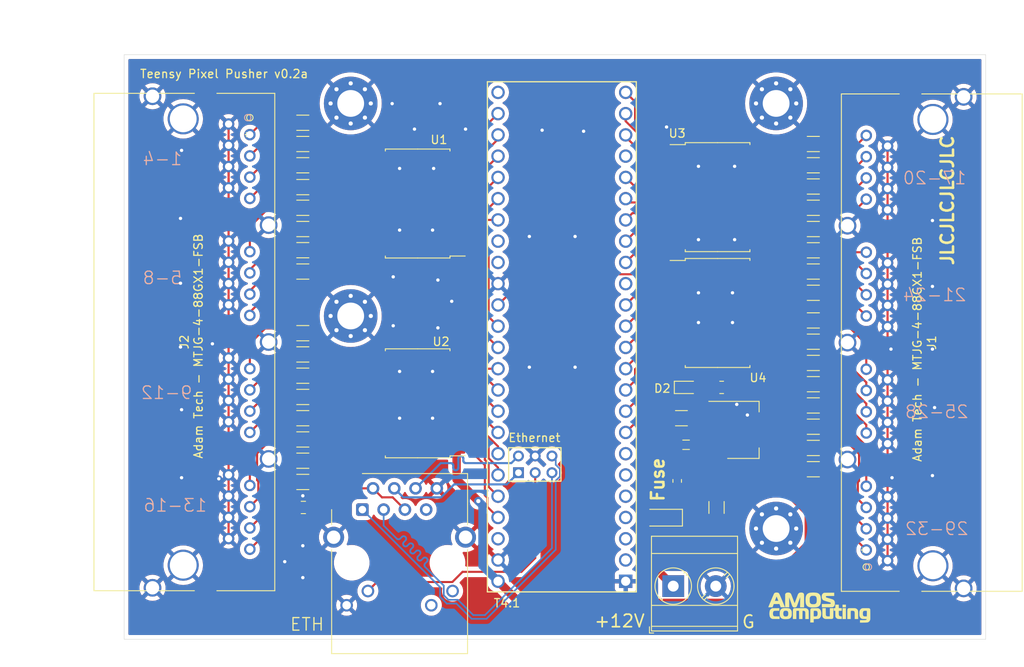
<source format=kicad_pcb>
(kicad_pcb (version 20211014) (generator pcbnew)
  (layers (0 "F.Cu" signal) (31 "B.Cu" signal) (34 "B.Paste" user) (35 "F.Paste" user) (36 "B.SilkS" user "B.Silkscreen") (37 "F.SilkS" user "F.Silkscreen") (38 "B.Mask" user) (39 "F.Mask" user) (44 "Edge.Cuts" user))
  (net 0 "")
  (net 1 "ETH_GND")
  (net 2 "Net-(C1-Pad1)")
  (net 3 "+5V")
  (net 4 "VCC")
  (net 5 "Net-(D1-Pad1)")
  (net 6 "Net-(D2-Pad1)")
  (net 7 "Net-(F1-Pad2)")
  (net 8 "L_18")
  (net 9 "L_16")
  (net 10 "L_17")
  (net 11 "L_15")
  (net 12 "L_11")
  (net 13 "L_12")
  (net 14 "L_14")
  (net 15 "L_13")
  (net 16 "L_05")
  (net 17 "L_07")
  (net 18 "L_06")
  (net 19 "L_08")
  (net 20 "L_04")
  (net 21 "L_03")
  (net 22 "L_02")
  (net 23 "L_01")
  (net 24 "L_28")
  (net 25 "L_26")
  (net 26 "L_27")
  (net 27 "L_25")
  (net 28 "L_21")
  (net 29 "L_22")
  (net 30 "L_24")
  (net 31 "L_23")
  (net 32 "L_31")
  (net 33 "L_33")
  (net 34 "L_32")
  (net 35 "L_34")
  (net 36 "L_38")
  (net 37 "L_37")
  (net 38 "L_36")
  (net 39 "L_35")
  (net 40 "Net-(J4-Pad11)")
  (net 41 "Net-(J4-Pad12)")
  (net 42 "ETH_LED")
  (net 43 "Net-(J4-Pad7)")
  (net 44 "ETH_R-")
  (net 45 "ETH_R+")
  (net 46 "ETH_T-")
  (net 47 "ETH_T+")
  (net 48 "Net-(R2-Pad2)")
  (net 49 "Net-(R3-Pad2)")
  (net 50 "Net-(R4-Pad2)")
  (net 51 "Net-(R5-Pad2)")
  (net 52 "Net-(R6-Pad2)")
  (net 53 "Net-(R7-Pad2)")
  (net 54 "Net-(R8-Pad2)")
  (net 55 "Net-(R9-Pad2)")
  (net 56 "Net-(R10-Pad2)")
  (net 57 "Net-(R11-Pad2)")
  (net 58 "Net-(R12-Pad2)")
  (net 59 "Net-(R13-Pad2)")
  (net 60 "Net-(R14-Pad2)")
  (net 61 "Net-(R15-Pad2)")
  (net 62 "Net-(R16-Pad2)")
  (net 63 "Net-(R17-Pad2)")
  (net 64 "Net-(R18-Pad2)")
  (net 65 "Net-(R19-Pad2)")
  (net 66 "Net-(R20-Pad2)")
  (net 67 "Net-(R21-Pad2)")
  (net 68 "Net-(R22-Pad2)")
  (net 69 "Net-(R23-Pad2)")
  (net 70 "Net-(R24-Pad2)")
  (net 71 "Net-(R25-Pad2)")
  (net 72 "Net-(R26-Pad2)")
  (net 73 "Net-(R27-Pad2)")
  (net 74 "Net-(R28-Pad2)")
  (net 75 "Net-(R29-Pad2)")
  (net 76 "Net-(R30-Pad2)")
  (net 77 "Net-(R31-Pad2)")
  (net 78 "Net-(R32-Pad2)")
  (net 79 "Net-(R33-Pad2)")
  (net 80 "P_10")
  (net 81 "P_11")
  (net 82 "P_12")
  (net 83 "P_13")
  (net 84 "P_09")
  (net 85 "Net-(U1-Pad15)")
  (net 86 "P_07")
  (net 87 "Net-(U1-Pad21)")
  (net 88 "P_14")
  (net 89 "P_15")
  (net 90 "P_16")
  (net 91 "Net-(U1-Pad25)")
  (net 92 "P_17")
  (net 93 "P_18")
  (net 94 "P_19")
  (net 95 "P_20")
  (net 96 "P_21")
  (net 97 "P_22")
  (net 98 "Net-(U1-Pad32)")
  (net 99 "Net-(U1-Pad33)")
  (net 100 "P_06")
  (net 101 "P_05")
  (net 102 "P_04")
  (net 103 "P_03")
  (net 104 "P_02")
  (net 105 "P_01")
  (net 106 "Net-(U1-Pad7)")
  (net 107 "Net-(U1-Pad6)")
  (net 108 "Net-(U1-Pad5)")
  (net 109 "Net-(U1-Pad4)")
  (net 110 "Net-(U1-Pad3)")
  (net 111 "Net-(U1-Pad2)")
  (net 112 "P_08")
  (net 113 "P_23")
  (net 114 "P_24")
  (net 115 "P_25")
  (net 116 "P_26")
  (net 117 "P_27")
  (net 118 "P_28")
  (net 119 "P_29")
  (net 120 "P_30")
  (net 121 "P_31")
  (net 122 "P_32")
  (net 123 "Net-(U1-Pad46)")
  (net 124 "Net-(C3-Pad2)")
  (footprint "Capacitor_SMD:C_1206_3216Metric" (layer "F.Cu") (at 167.259 104.902 -90)
    (fp_text reference "C1")
    (fp_text value "10u")
  )
  (footprint "Capacitor_SMD:C_1206_3216Metric" (layer "F.Cu") (at 163.068 94.234 180)
    (fp_text reference "C2")
    (fp_text value "10u")
  )
  (footprint "Capacitor_SMD:C_0805_2012Metric" (layer "F.Cu") (at 117.922 104.902)
    (fp_text reference "C3")
    (fp_text value "0.1uF")
  )
  (footprint "Fuse:Fuse_0603_1608Metric_Pad1.05x0.95mm_HandSolder" (layer "F.Cu") (at 162.56 101.727 90)
    (fp_text reference "F1")
    (fp_text value "500mA")
  )
  (footprint "Inductor_SMD:L_0805_2012Metric" (layer "F.Cu") (at 163.6225 97.409 180)
    (fp_text reference "FB1")
    (fp_text value "100@100MHz GZ2012D101TF")
  )
  (footprint "MountingHole:MountingHole_3.2mm_M3_Pad_Via" (layer "F.Cu") (at 174.37354 56.61914)
    (fp_text reference "H2")
    (fp_text value "3mm")
  )
  (footprint "MountingHole:MountingHole_3.2mm_M3_Pad_Via" (layer "F.Cu") (at 123.57354 82.01914)
    (fp_text reference "H3")
    (fp_text value "3mm")
  )
  (footprint "TerminalBlock_Phoenix:TerminalBlock_Phoenix_MKDS-3-2-5.08_1x02_P5.08mm_Horizontal" (layer "F.Cu") (at 162.08756 114.3)
    (fp_text reference "J3")
    (fp_text value "Screw_Terminal_01x02")
  )
  (footprint "Connector_RJ:RJ45_Cetus_J1B1211CCD_Horizontal" (layer "F.Cu") (at 124.968 105.156)
    (fp_text reference "J4")
    (fp_text value "RJ45_LED")
  )
  (footprint "Resistor_SMD:R_1206_3216Metric" (layer "F.Cu") (at 117.856 58.928)
    (fp_text reference "R17")
    (fp_text value "100ohm")
  )
  (footprint "Resistor_SMD:R_1206_3216Metric" (layer "F.Cu") (at 178.816 64.008 180)
    (fp_text reference "R19")
    (fp_text value "100ohm")
  )
  (footprint "Resistor_SMD:R_1206_3216Metric" (layer "F.Cu") (at 178.816 66.548 180)
    (fp_text reference "R20")
    (fp_text value "100ohm")
  )
  (footprint "Resistor_SMD:R_1206_3216Metric" (layer "F.Cu") (at 178.816 69.088 180)
    (fp_text reference "R21")
    (fp_text value "100ohm")
  )
  (footprint "Resistor_SMD:R_1206_3216Metric" (layer "F.Cu") (at 178.816 71.628 180)
    (fp_text reference "R22")
    (fp_text value "100ohm")
  )
  (footprint "Resistor_SMD:R_1206_3216Metric" (layer "F.Cu") (at 178.816 74.168 180)
    (fp_text reference "R23")
    (fp_text value "100ohm")
  )
  (footprint "Resistor_SMD:R_1206_3216Metric" (layer "F.Cu") (at 178.816 76.708 180)
    (fp_text reference "R24")
    (fp_text value "100ohm")
  )
  (footprint "Resistor_SMD:R_1206_3216Metric" (layer "F.Cu") (at 178.816 79.248 180)
    (fp_text reference "R25")
    (fp_text value "100ohm")
  )
  (footprint "Resistor_SMD:R_1206_3216Metric" (layer "F.Cu") (at 117.856 91.694)
    (fp_text reference "R30")
    (fp_text value "100ohm")
  )
  (footprint "Resistor_SMD:R_1206_3216Metric" (layer "F.Cu") (at 117.856 89.154)
    (fp_text reference "R31")
    (fp_text value "100ohm")
  )
  (footprint "Package_SO:SOIC-20W_7.5x12.8mm_P1.27mm" (layer "F.Cu") (at 131.572 68.58 180)
    (fp_text reference "U4")
    (fp_text value "74HCT245")
  )
  (footprint "Package_SO:SOIC-20W_7.5x12.8mm_P1.27mm" (layer "F.Cu") (at 167.386 67.818)
    (fp_text reference "U5")
    (fp_text value "74HCT245")
  )
  (footprint "Package_SO:SOIC-20W_7.5x12.8mm_P1.27mm" (layer "F.Cu") (at 131.572 92.456 180)
    (fp_text reference "U6")
    (fp_text value "74HCT245")
  )
  (footprint "Package_TO_SOT_SMD:SOT-223-3_TabPin2" (layer "F.Cu") (at 170.434 95.631)
    (fp_text reference "U2")
    (fp_text value "AMS1117-5.0")
  )
  (footprint "MountingHole:MountingHole_3.2mm_M3_Pad_Via" (layer "F.Cu") (at 123.57354 56.61914)
    (fp_text reference "H1")
    (fp_text value "3mm")
  )
  (footprint "teensy:Teensy41_mount" (layer "F.Cu") (at 148.78812 84.50834 90)
    (fp_text reference "U1")
    (fp_text value "Teensy4.1")
  )
  (footprint "Diode_SMD:D_SOD-123" (layer "F.Cu") (at 160.9344 106.1212 180)
    (fp_text reference "D1")
    (fp_text value "B5819W")
  )
  (footprint "LED_SMD:LED_0603_1608Metric" (layer "F.Cu") (at 163.703 90.551)
    (fp_text reference "D2")
    (fp_text value "red")
  )
  (footprint "Resistor_SMD:R_0805_2012Metric" (layer "F.Cu") (at 167.8705 90.551)
    (fp_text reference "R1")
    (fp_text value "2k2")
  )
  (footprint "Package_SO:SOIC-20W_7.5x12.8mm_P1.27mm" (layer "F.Cu") (at 167.386 81.661)
    (fp_text reference "U3")
    (fp_text value "74HCT245")
  )
  (footprint "MountingHole:MountingHole_3.2mm_M3_Pad_Via" (layer "F.Cu") (at 174.37354 107.41914)
    (fp_text reference "H4")
    (fp_text value "3mm")
  )
  (footprint "Resistor_SMD:R_1206_3216Metric" (layer "F.Cu") (at 117.856 61.468)
    (fp_text reference "R16")
    (fp_text value "100ohm")
  )
  (footprint "Resistor_SMD:R_1206_3216Metric" (layer "F.Cu") (at 117.856 86.614)
    (fp_text reference "R32")
    (fp_text value "100ohm")
  )
  (footprint "Resistor_SMD:R_1206_3216Metric" (layer "F.Cu") (at 117.856 64.008)
    (fp_text reference "R15")
    (fp_text value "100ohm")
  )
  (footprint "Resistor_SMD:R_1206_3216Metric" (layer "F.Cu") (at 117.856 66.61912)
    (fp_text reference "R14")
    (fp_text value "100ohm")
  )
  (footprint "Resistor_SMD:R_1206_3216Metric" (layer "F.Cu") (at 117.856 69.088)
    (fp_text reference "R13")
    (fp_text value "100ohm")
  )
  (footprint "Resistor_SMD:R_1206_3216Metric" (layer "F.Cu") (at 117.856 71.628)
    (fp_text reference "R12")
    (fp_text value "100ohm")
  )
  (footprint "Resistor_SMD:R_1206_3216Metric" (layer "F.Cu") (at 117.856 74.1553)
    (fp_text reference "R11")
    (fp_text value "100ohm")
  )
  (footprint "Resistor_SMD:R_1206_3216Metric" (layer "F.Cu") (at 117.856 76.708)
    (fp_text reference "R10")
    (fp_text value "100ohm")
  )
  (footprint "Resistor_SMD:R_1206_3216Metric" (layer "F.Cu") (at 117.856 84.074)
    (fp_text reference "R33")
    (fp_text value "100ohm")
  )
  (footprint "Resistor_SMD:R_1206_3216Metric" (layer "F.Cu") (at 117.856 101.854)
    (fp_text reference "R26")
    (fp_text value "100ohm")
  )
  (footprint "Resistor_SMD:R_1206_3216Metric" (layer "F.Cu") (at 117.856 99.314)
    (fp_text reference "R27")
    (fp_text value "100ohm")
  )
  (footprint "Resistor_SMD:R_1206_3216Metric" (layer "F.Cu") (at 117.856 96.774)
    (fp_text reference "R28")
    (fp_text value "100ohm")
  )
  (footprint "Resistor_SMD:R_1206_3216Metric" (layer "F.Cu") (at 117.856 94.234)
    (fp_text reference "R29")
    (fp_text value "100ohm")
  )
  (footprint "Resistor_SMD:R_1206_3216Metric" (layer "F.Cu") (at 178.816 100.33 180)
    (fp_text reference "R9")
    (fp_text value "100ohm")
  )
  (footprint "Resistor_SMD:R_1206_3216Metric" (layer "F.Cu") (at 178.816 97.79 180)
    (fp_text reference "R8")
    (fp_text value "100ohm")
  )
  (footprint "Resistor_SMD:R_1206_3216Metric" (layer "F.Cu") (at 178.816 95.25 180)
    (fp_text reference "R7")
    (fp_text value "100ohm")
  )
  (footprint "Resistor_SMD:R_1206_3216Metric" (layer "F.Cu") (at 178.816 92.71 180)
    (fp_text reference "R6")
    (fp_text value "100ohm")
  )
  (footprint "Resistor_SMD:R_1206_3216Metric" (layer "F.Cu") (at 178.816 90.17 180)
    (fp_text reference "R5")
    (fp_text value "100ohm")
  )
  (footprint "Resistor_SMD:R_1206_3216Metric" (layer "F.Cu") (at 178.816 87.63 180)
    (fp_text reference "R4")
    (fp_text value "100ohm")
  )
  (footprint "Resistor_SMD:R_1206_3216Metric" (layer "F.Cu") (at 178.816 85.09 180)
    (fp_text reference "R3")
    (fp_text value "100ohm")
  )
  (footprint "Resistor_SMD:R_1206_3216Metric" (layer "F.Cu") (at 178.816 82.55 180)
    (fp_text reference "R2")
    (fp_text value "100ohm")
  )
  (footprint "Resistor_SMD:R_1206_3216Metric" (layer "F.Cu") (at 178.816 61.468 180)
    (fp_text reference "R18")
    (fp_text value "100ohm")
  )
  (footprint "Controller_T41_rev0.2:logo" (layer "F.Cu") (at 179.578 116.84)
    (fp_text reference "G***" hide)
    (fp_text value "LOGO" hide)
  )
  (footprint "Controller_T41_rev0.2:MTJG-4-88GX1-FSB" (layer "F.Cu") (at 185.1406 109.982 90)
    (fp_text reference "J1")
    (fp_text value "Adam Tech - MTJG-4-88GX1-FSB")
  )
  (footprint "Controller_T41_rev0.2:MTJG-4-88GX1-FSB" (layer "F.Cu") (at 111.5314 60.3504 -90)
    (fp_text reference "J2")
    (fp_text value "Adam Tech - MTJG-4-88GX1-FSB")
  )
  (gr_line (start 96.52 120.65) (end 96.52 50.8) (layer "Edge.Cuts") (width 0.05))
  (gr_line (start 199.39 120.65) (end 96.52 120.65) (layer "Edge.Cuts") (width 0.05))
  (gr_line (start 199.39 50.8) (end 199.39 120.65) (layer "Edge.Cuts") (width 0.05))
  (gr_line (start 96.52 50.8) (end 199.39 50.8) (layer "Edge.Cuts") (width 0.05))
  (gr_text "21-24" (at 193.294 79.502) (layer "B.SilkS") (effects (font (size 1.5 1.5)) (justify mirror)))
  (gr_text "25-28" (at 193.548 93.472) (layer "B.SilkS") (effects (font (size 1.5 1.5)) (justify mirror)))
  (gr_text "5-8" (at 101.092 77.47) (layer "B.SilkS") (effects (font (size 1.5 1.5)) (justify mirror)))
  (gr_text "13-16" (at 102.616 104.648) (layer "B.SilkS") (effects (font (size 1.5 1.5)) (justify mirror)))
  (gr_text "9-12" (at 101.6 91.186) (layer "B.SilkS") (effects (font (size 1.5 1.5)) (justify mirror)))
  (gr_text "1-4" (at 101.092 63.246) (layer "B.SilkS") (effects (font (size 1.5 1.5)) (justify mirror)))
  (gr_text "17-20" (at 193.294 65.532) (layer "B.SilkS") (effects (font (size 1.5 1.5)) (justify mirror)))
  (gr_text "29-32" (at 193.548 107.442) (layer "B.SilkS") (effects (font (size 1.5 1.5)) (justify mirror)))
  (gr_text "Teensy Pixel Pusher v0.2a" (at 108.458 53.086) (layer "F.SilkS") (effects (font (size 1 1))))
  (gr_text "Fuse" (at 160.2486 101.5746 90) (layer "F.SilkS") (effects (font (size 1.5 1.5) (thickness 0.3))))
  (gr_text "U3" (at 162.56 60.198) (layer "F.SilkS") (effects (font (size 1 1))))
  (gr_text "JLCJLCJLCJLC" (at 194.818 68.199 90) (layer "F.SilkS") (effects (font (size 1.5 1.5) (thickness 0.3))))
  (gr_text "G" (at 171.069 118.5672) (layer "F.SilkS") (effects (font (size 1.5 1.5) (thickness 0.2))))
  (gr_text "T4.1" (at 142.24 116.332) (layer "F.SilkS") (effects (font (size 1 1))))
  (gr_text "U2" (at 134.366 85.09) (layer "F.SilkS") (effects (font (size 1 1))))
  (gr_text "U1" (at 134.112 60.96) (layer "F.SilkS") (effects (font (size 1 1))))
  (gr_text "ETH" (at 118.364 118.872) (layer "F.SilkS") (effects (font (size 1.5 1.5))))
  (gr_text "+12V" (at 155.6766 118.4656) (layer "F.SilkS") (effects (font (size 1.5 1.5) (thickness 0.2))))
  (gr_text "U4" (at 172.212 89.408) (layer "F.SilkS") (effects (font (size 1 1))))
  (segment (start 108.9914 94.6604) (end 108.9914 87.0404) (width 0.25) (layer "F.Cu") (net 1))
  (segment (start 108.9914 94.6604) (end 108.9914 101.0004) (width 0.25) (layer "F.Cu") (net 1))
  (segment (start 108.9914 66.7004) (end 108.9914 64.1604) (width 0.25) (layer "F.Cu") (net 1))
  (segment (start 187.6806 61.712) (end 187.6806 69.332) (width 0.25) (layer "F.Cu") (net 1))
  (segment (start 108.9914 106.0804) (end 108.9914 103.5404) (width 0.25) (layer "F.Cu") (net 1))
  (segment (start 108.9914 80.6804) (end 108.9914 59.0804) (width 0.25) (layer "F.Cu") (net 1))
  (segment (start 108.9914 108.6204) (end 108.9914 106.0804) (width 0.25) (layer "F.Cu") (net 1))
  (segment (start 108.9914 103.5404) (end 108.9914 101.0004) (width 0.25) (layer "F.Cu") (net 1))
  (segment (start 103.5744 62.0336) (end 103.378 62.23) (width 0.25) (layer "F.Cu") (net 1))
  (segment (start 108.9914 87.0404) (end 108.9914 80.6804) (width 0.25) (layer "F.Cu") (net 1))
  (segment (start 187.6806 69.332) (end 187.6806 111.252) (width 0.25) (layer "F.Cu") (net 1))
  (via (at 128.651 77.343) (size 0.8) (drill 0.4) (layers "F.Cu" "B.Cu") (net 1))
  (via (at 131.191 59.69) (size 0.8) (drill 0.4) (layers "F.Cu" "B.Cu") (net 1))
  (via (at 103.251 85.725) (size 0.8) (drill 0.4) (layers "F.Cu" "B.Cu") (net 1))
  (via (at 165.1 64.135) (size 0.8) (drill 0.4) (layers "F.Cu" "B.Cu") (net 1))
  (via (at 193.04 85.979) (size 0.8) (drill 0.4) (layers "F.Cu" "B.Cu") (net 1))
  (via (at 165.1 79.248) (size 0.8) (drill 0.4) (layers "F.Cu" "B.Cu") (net 1))
  (via (at 103.251 78.105) (size 0.8) (drill 0.4) (layers "F.Cu" "B.Cu") (net 1))
  (via (at 129.413 88.646) (size 0.8) (drill 0.4) (layers "F.Cu" "B.Cu") (net 1))
  (via (at 165.1 82.804) (size 0.8) (drill 0.4) (layers "F.Cu" "B.Cu") (net 1))
  (via (at 129.413 71.755) (size 0.8) (drill 0.4) (layers "F.Cu" "B.Cu") (net 1))
  (via (at 193.294 92.964) (size 0.8) (drill 0.4) (layers "F.Cu" "B.Cu") (net 1))
  (via (at 169.164 79.248) (size 0.8) (drill 0.4) (layers "F.Cu" "B.Cu") (net 1))
  (via (at 129.413 64.389) (size 0.8) (drill 0.4) (layers "F.Cu" "B.Cu") (net 1))
  (via (at 107.823 101.473) (size 0.8) (drill 0.4) (layers "F.Cu" "B.Cu") (net 1))
  (via (at 128.651 83.185) (size 0.8) (drill 0.4) (layers "F.Cu" "B.Cu") (net 1))
  (via (at 169.672 92.583) (size 0.8) (drill 0.4) (layers "F.Cu" "B.Cu") (net 1))
  (via (at 117.856 103.505) (size 0.8) (drill 0.4) (layers "F.Cu" "B.Cu") (net 1))
  (via (at 128.524 56.642) (size 0.8) (drill 0.4) (layers "F.Cu" "B.Cu") (net 1))
  (via (at 134.239 56.642) (size 0.8) (drill 0.4) (layers "F.Cu" "B.Cu") (net 1))
  (via (at 144.907 72.517) (size 0.8) (drill 0.4) (layers "F.Cu" "B.Cu") (net 1))
  (via (at 188.087 85.979) (size 0.8) (drill 0.4) (layers "F.Cu" "B.Cu") (net 1))
  (via (at 103.378 93.218) (size 0.8) (drill 0.4) (layers "F.Cu" "B.Cu") (net 1))
  (via (at 135.636 80.264) (size 0.8) (drill 0.4) (layers "F.Cu" "B.Cu") (net 1))
  (via (at 103.378 101.346) (size 0.8) (drill 0.4) (layers "F.Cu" "B.Cu") (net 1))
  (via (at 133.477 64.389) (size 0.8) (drill 0.4) (layers "F.Cu" "B.Cu") (net 1))
  (via (at 150.368 88.138) (size 0.8) (drill 0.4) (layers "F.Cu" "B.Cu") (net 1))
  (via (at 193.04 101.092) (size 0.8) (drill 0.4) (layers "F.Cu" "B.Cu") (net 1))
  (via (at 170.942 93.853) (size 0.8) (drill 0.4) (layers "F.Cu" "B.Cu") (net 1))
  (via (at 117.856 109.474) (size 0.8) (drill 0.4) (layers "F.Cu" "B.Cu") (net 1))
  (via (at 169.164 82.804) (size 0.8) (drill 0.4) (layers "F.Cu" "B.Cu") (net 1))
  (via (at 115.697 111.379) (size 0.8) (drill 0.4) (layers "F.Cu" "B.Cu") (net 1))
  (via (at 193.04 70.612) (size 0.8) (drill 0.4) (layers "F.Cu" "B.Cu") (net 1))
  (via (at 144.907 88.138) (size 0.8) (drill 0.4) (layers "F.Cu" "B.Cu") (net 1))
  (via (at 169.418 72.898) (size 0.8) (drill 0.4) (layers "F.Cu" "B.Cu") (net 1))
  (via (at 133.35 88.646) (size 0.8) (drill 0.4) (layers "F.Cu" "B.Cu") (net 1))
  (via (at 133.35 71.755) (size 0.8) (drill 0.4) (layers "F.Cu" "B.Cu") (net 1))
  (via (at 137.287 59.69) (size 0.8) (drill 0.4) (layers "F.Cu" "B.Cu") (net 1))
  (via (at 103.251 70.358) (size 0.8) (drill 0.4) (layers "F.Cu" "B.Cu") (net 1))
  (via (at 129.413 94.234) (size 0.8) (drill 0.4) (layers "F.Cu" "B.Cu") (net 1))
  (via (at 107.061 85.344) (size 0.8) (drill 0.4) (layers "F.Cu" "B.Cu") (net 1))
  (via (at 169.418 64.135) (size 0.8) (drill 0.4) (layers "F.Cu" "B.Cu") (net 1))
  (via (at 133.985 77.724) (size 0.8) (drill 0.4) (layers "F.Cu" "B.Cu") (net 1))
  (via (at 161.29 59.436) (size 0.8) (drill 0.4) (layers "F.Cu" "B.Cu") (net 1))
  (via (at 165.1 72.898) (size 0.8) (drill 0.4) (layers "F.Cu" "B.Cu") (net 1))
  (via (at 133.985 83.439) (size 0.8) (drill 0.4) (layers "F.Cu" "B.Cu") (net 1))
  (via (at 117.856 113.284) (size 0.8) (drill 0.4) (layers "F.Cu" "B.Cu") (net 1))
  (via (at 146.431 59.817) (size 0.8) (drill 0.4) (layers "F.Cu" "B.Cu") (net 1))
  (via (at 193.04 78.486) (size 0.8) (drill 0.4) (layers "F.Cu" "B.Cu") (net 1))
  (via (at 133.35 94.234) (size 0.8) (drill 0.4) (layers "F.Cu" "B.Cu") (net 1))
  (via (at 151.384 59.944) (size 0.8) (drill 0.4) (layers "F.Cu" "B.Cu") (net 1))
  (via (at 150.368 72.517) (size 0.8) (drill 0.4) (layers "F.Cu" "B.Cu") (net 1))
  (via (at 103.378 62.23) (size 0.8) (drill 0.4) (layers "F.Cu" "B.Cu") (net 1))
  (via (at 188.214 101.346) (size 0.8) (drill 0.4) (layers "F.Cu" "B.Cu") (net 1))
  (segment (start 166.762 97.409) (end 167.284 97.931) (width 1) (layer "F.Cu") (net 2))
  (segment (start 164.685 97.409) (end 166.762 97.409) (width 1) (layer "F.Cu") (net 2))
  (segment (start 167.259 97.956) (end 167.284 97.931) (width 1) (layer "F.Cu") (net 2))
  (segment (start 167.259 103.427) (end 167.259 97.956) (width 1) (layer "F.Cu") (net 2))
  (segment (start 165.94 95.631) (end 167.284 95.631) (width 1) (layer "F.Cu") (net 3))
  (segment (start 131.318 74.295) (end 136.222 74.295) (width 1) (layer "F.Cu") (net 3))
  (segment (start 167.005 62.103) (end 172.036 62.103) (width 0.6) (layer "F.Cu") (net 3))
  (segment (start 162.736 62.103) (end 167.005 62.103) (width 0.6) (layer "F.Cu") (net 3))
  (segment (start 178.273541 105.547139) (end 178.273541 109.291141) (width 1) (layer "F.Cu") (net 3))
  (segment (start 173.584 100.857598) (end 178.273541 105.547139) (width 1) (layer "F.Cu") (net 3))
  (segment (start 131.318 98.171) (end 136.222 98.171) (width 1) (layer "F.Cu") (net 3))
  (segment (start 178.273541 109.291141) (end 171.264681 116.300001) (width 1) (layer "F.Cu") (net 3))
  (segment (start 162.736 75.946) (end 166.878 75.946) (width 0.6) (layer "F.Cu") (net 3))
  (segment (start 143.749781 116.300001) (end 141.16812 113.71834) (width 1) (layer "F.Cu") (net 3))
  (segment (start 136.222 101.55099) (end 138.81101 104.14) (width 1) (layer "F.Cu") (net 3))
  (segment (start 173.584 95.631) (end 173.584 100.857598) (width 1) (layer "F.Cu") (net 3))
  (segment (start 164.543 90.5805) (end 164.5135 90.551) (width 1) (layer "F.Cu") (net 3))
  (segment (start 173.584 91.6182) (end 167.005 85.0392) (width 1) (layer "F.Cu") (net 3))
  (segment (start 167.005 85.0392) (end 167.005 62.103) (width 1) (layer "F.Cu") (net 3))
  (segment (start 167.284 95.631) (end 173.584 95.631) (width 1) (layer "F.Cu") (net 3))
  (segment (start 164.543 94.234) (end 164.543 90.6035) (width 0.25) (layer "F.Cu") (net 3))
  (segment (start 126.922 98.171) (end 131.318 98.171) (width 1) (layer "F.Cu") (net 3))
  (segment (start 164.543 90.6035) (end 164.4905 90.551) (width 0.25) (layer "F.Cu") (net 3))
  (segment (start 131.318 74.295) (end 131.318 98.171) (width 1) (layer "F.Cu") (net 3))
  (segment (start 126.922 74.295) (end 131.318 74.295) (width 1) (layer "F.Cu") (net 3))
  (segment (start 136.222 98.171) (end 136.222 101.55099) (width 1) (layer "F.Cu") (net 3))
  (segment (start 173.584 95.631) (end 173.584 91.6182) (width 1) (layer "F.Cu") (net 3))
  (segment (start 171.264681 116.300001) (end 143.749781 116.300001) (width 1) (layer "F.Cu") (net 3))
  (segment (start 164.543 94.234) (end 165.94 95.631) (width 1) (layer "F.Cu") (net 3))
  (segment (start 166.878 75.946) (end 172.036 75.946) (width 0.6) (layer "F.Cu") (net 3))
  (via (at 138.81101 104.14) (size 1) (drill 0.5) (layers "F.Cu" "B.Cu") (net 3))
  (segment (start 139.310989 104.639979) (end 138.81101 104.14) (width 1) (layer "B.Cu") (net 3))
  (segment (start 141.16812 113.71834) (end 139.310989 111.861209) (width 1) (layer "B.Cu") (net 3))
  (segment (start 139.310989 111.861209) (end 139.310989 104.639979) (width 1) (layer "B.Cu") (net 3))
  (segment (start 159.2844 111.49684) (end 162.08756 114.3) (width 1) (layer "F.Cu") (net 4))
  (segment (start 159.2844 106.1212) (end 159.2844 111.49684) (width 1) (layer "F.Cu") (net 4))
  (segment (start 162.5844 102.6264) (end 162.56 102.602) (width 1) (layer "F.Cu") (net 5))
  (segment (start 162.5844 106.1212) (end 162.5844 102.6264) (width 1) (layer "F.Cu") (net 5))
  (segment (start 164.0355 89.154) (end 165.561 89.154) (width 0.25) (layer "F.Cu") (net 6))
  (segment (start 165.561 89.154) (end 166.958 90.551) (width 0.25) (layer "F.Cu") (net 6))
  (segment (start 162.6385 90.551) (end 164.0355 89.154) (width 0.25) (layer "F.Cu") (net 6))
  (segment (start 162.56 100.852) (end 162.56 97.409) (width 1) (layer "F.Cu") (net 7))
  (segment (start 180.2785 79.248) (end 182.3666 79.248) (width 0.25) (layer "F.Cu") (net 8))
  (segment (start 182.3666 79.248) (end 185.1406 82.022) (width 0.25) (layer "F.Cu") (net 8))
  (segment (start 180.2785 74.168) (end 182.3666 74.168) (width 0.25) (layer "F.Cu") (net 9))
  (segment (start 182.3666 74.168) (end 185.1406 76.942) (width 0.25) (layer "F.Cu") (net 9))
  (segment (start 182.3666 76.708) (end 185.1406 79.482) (width 0.25) (layer "F.Cu") (net 10))
  (segment (start 180.2785 76.708) (end 182.3666 76.708) (width 0.25) (layer "F.Cu") (net 10))
  (segment (start 180.841 71.628) (end 183.615 74.402) (width 0.25) (layer "F.Cu") (net 11))
  (segment (start 180.2785 71.628) (end 180.841 71.628) (width 0.25) (layer "F.Cu") (net 11))
  (segment (start 183.615 74.402) (end 185.1406 74.402) (width 0.25) (layer "F.Cu") (net 11))
  (segment (start 180.2785 61.468) (end 184.1146 61.468) (width 0.25) (layer "F.Cu") (net 12))
  (segment (start 184.1146 61.468) (end 185.1406 60.442) (width 0.25) (layer "F.Cu") (net 12))
  (segment (start 184.1146 64.008) (end 185.1406 62.982) (width 0.25) (layer "F.Cu") (net 13))
  (segment (start 180.2785 64.008) (end 184.1146 64.008) (width 0.25) (layer "F.Cu") (net 13))
  (segment (start 184.1146 69.088) (end 185.1406 68.062) (width 0.25) (layer "F.Cu") (net 14))
  (segment (start 180.2785 69.088) (end 184.1146 69.088) (width 0.25) (layer "F.Cu") (net 14))
  (segment (start 180.2785 66.548) (end 184.1146 66.548) (width 0.25) (layer "F.Cu") (net 15))
  (segment (start 184.1146 66.548) (end 185.1406 65.522) (width 0.25) (layer "F.Cu") (net 15))
  (segment (start 185.1406 97.5721) (end 185.1406 102.362) (width 0.25) (layer "F.Cu") (net 16))
  (segment (start 180.2785 92.71) (end 185.1406 97.5721) (width 0.25) (layer "F.Cu") (net 16))
  (segment (start 181.16601 103.46741) (end 185.1406 107.442) (width 0.25) (layer "F.Cu") (net 17))
  (segment (start 180.2785 97.79) (end 181.16601 98.67751) (width 0.25) (layer "F.Cu") (net 17))
  (segment (start 181.16601 98.67751) (end 181.16601 103.46741) (width 0.25) (layer "F.Cu") (net 17))
  (segment (start 184.276703 98.510031) (end 184.276703 101.729911) (width 0.25) (layer "F.Cu") (net 18))
  (segment (start 184.276703 101.729911) (end 184.129799 101.876815) (width 0.25) (layer "F.Cu") (net 18))
  (segment (start 180.2785 95.25) (end 181.016672 95.25) (width 0.25) (layer "F.Cu") (net 18))
  (segment (start 184.129799 101.876815) (end 184.129799 103.891199) (width 0.25) (layer "F.Cu") (net 18))
  (segment (start 181.016672 95.25) (end 184.276703 98.510031) (width 0.25) (layer "F.Cu") (net 18))
  (segment (start 184.129799 103.891199) (end 185.1406 104.902) (width 0.25) (layer "F.Cu") (net 18))
  (segment (start 180.2785 105.1199) (end 185.1406 109.982) (width 0.25) (layer "F.Cu") (net 19))
  (segment (start 180.2785 100.33) (end 180.2785 105.1199) (width 0.25) (layer "F.Cu") (net 19))
  (segment (start 180.2785 90.17) (end 185.1406 95.0321) (width 0.25) (layer "F.Cu") (net 20))
  (segment (start 185.1406 95.0321) (end 185.1406 96.002) (width 0.25) (layer "F.Cu") (net 20))
  (segment (start 185.1406 92.4921) (end 185.1406 93.462) (width 0.25) (layer "F.Cu") (net 21))
  (segment (start 180.2785 87.63) (end 185.1406 92.4921) (width 0.25) (layer "F.Cu") (net 21))
  (segment (start 185.1406 89.9521) (end 185.1406 90.922) (width 0.25) (layer "F.Cu") (net 22))
  (segment (start 180.2785 85.09) (end 185.1406 89.9521) (width 0.25) (layer "F.Cu") (net 22))
  (segment (start 185.1406 85.403928) (end 185.1406 88.382) (width 0.25) (layer "F.Cu") (net 23))
  (segment (start 182.286672 82.55) (end 185.1406 85.403928) (width 0.25) (layer "F.Cu") (net 23))
  (segment (start 180.2785 82.55) (end 182.286672 82.55) (width 0.25) (layer "F.Cu") (net 23))
  (segment (start 112.9538 58.928) (end 111.5314 60.3504) (width 0.25) (layer "F.Cu") (net 24))
  (segment (start 116.3935 58.928) (end 112.9538 58.928) (width 0.25) (layer "F.Cu") (net 24))
  (segment (start 112.9538 64.008) (end 111.5314 65.4304) (width 0.25) (layer "F.Cu") (net 25))
  (segment (start 116.3935 64.008) (end 112.9538 64.008) (width 0.25) (layer "F.Cu") (net 25))
  (segment (start 112.9538 61.468) (end 111.5314 62.8904) (width 0.25) (layer "F.Cu") (net 26))
  (segment (start 116.3935 61.468) (end 112.9538 61.468) (width 0.25) (layer "F.Cu") (net 26))
  (segment (start 116.3935 66.61912) (end 112.88268 66.61912) (width 0.25) (layer "F.Cu") (net 27))
  (segment (start 112.88268 66.61912) (end 111.5314 67.9704) (width 0.25) (layer "F.Cu") (net 27))
  (segment (start 116.3935 76.708) (end 111.5314 81.5701) (width 0.25) (layer "F.Cu") (net 28))
  (segment (start 111.5314 81.5701) (end 111.5314 81.9504) (width 0.25) (layer "F.Cu") (net 28))
  (segment (start 111.5314 79.0174) (end 111.5314 79.4104) (width 0.25) (layer "F.Cu") (net 29))
  (segment (start 116.3935 74.1553) (end 111.5314 79.0174) (width 0.25) (layer "F.Cu") (net 29))
  (segment (start 111.5314 71.362328) (end 111.5314 74.3304) (width 0.25) (layer "F.Cu") (net 30))
  (segment (start 116.3935 69.088) (end 113.805728 69.088) (width 0.25) (layer "F.Cu") (net 30))
  (segment (start 113.805728 69.088) (end 111.5314 71.362328) (width 0.25) (layer "F.Cu") (net 30))
  (segment (start 111.5314 76.4901) (end 111.5314 76.8704) (width 0.25) (layer "F.Cu") (net 31))
  (segment (start 116.3935 71.628) (end 111.5314 76.4901) (width 0.25) (layer "F.Cu") (net 31))
  (segment (start 116.3935 101.854) (end 116.14699 102.10051) (width 0.25) (layer "F.Cu") (net 32))
  (segment (start 116.14699 102.10051) (end 116.14699 105.27481) (width 0.25) (layer "F.Cu") (net 32))
  (segment (start 116.14699 105.27481) (end 111.5314 109.8904) (width 0.25) (layer "F.Cu") (net 32))
  (segment (start 112.395297 101.638311) (end 112.542201 101.785215) (width 0.25) (layer "F.Cu") (net 33))
  (segment (start 112.542201 103.799599) (end 111.5314 104.8104) (width 0.25) (layer "F.Cu") (net 33))
  (segment (start 114.059728 96.774) (end 112.395297 98.438431) (width 0.25) (layer "F.Cu") (net 33))
  (segment (start 112.542201 101.785215) (end 112.542201 103.799599) (width 0.25) (layer "F.Cu") (net 33))
  (segment (start 116.3935 96.774) (end 114.059728 96.774) (width 0.25) (layer "F.Cu") (net 33))
  (segment (start 112.395297 98.438431) (end 112.395297 101.638311) (width 0.25) (layer "F.Cu") (net 33))
  (segment (start 115.50599 100.20151) (end 115.50599 103.37581) (width 0.25) (layer "F.Cu") (net 34))
  (segment (start 115.50599 103.37581) (end 111.5314 107.3504) (width 0.25) (layer "F.Cu") (net 34))
  (segment (start 116.3935 99.314) (end 115.50599 100.20151) (width 0.25) (layer "F.Cu") (net 34))
  (segment (start 111.5314 98.5336) (end 111.5314 102.2704) (width 0.25) (layer "F.Cu") (net 35))
  (segment (start 115.831 94.234) (end 111.5314 98.5336) (width 0.25) (layer "F.Cu") (net 35))
  (segment (start 116.3935 94.234) (end 115.831 94.234) (width 0.25) (layer "F.Cu") (net 35))
  (segment (start 113.352228 83.5115) (end 111.5314 85.332328) (width 0.25) (layer "F.Cu") (net 36))
  (segment (start 115.831 83.5115) (end 113.352228 83.5115) (width 0.25) (layer "F.Cu") (net 36))
  (segment (start 111.5314 85.332328) (end 111.5314 88.3104) (width 0.25) (layer "F.Cu") (net 36))
  (segment (start 116.3935 84.074) (end 115.831 83.5115) (width 0.25) (layer "F.Cu") (net 36))
  (segment (start 116.3935 86.614) (end 115.7678 86.614) (width 0.25) (layer "F.Cu") (net 37))
  (segment (start 115.7678 86.614) (end 111.5314 90.8504) (width 0.25) (layer "F.Cu") (net 37))
  (segment (start 115.7678 89.154) (end 111.5314 93.3904) (width 0.25) (layer "F.Cu") (net 38))
  (segment (start 116.3935 89.154) (end 115.7678 89.154) (width 0.25) (layer "F.Cu") (net 38))
  (segment (start 115.7678 91.694) (end 111.5314 95.9304) (width 0.25) (layer "F.Cu") (net 39))
  (segment (start 116.3935 91.694) (end 115.7678 91.694) (width 0.25) (layer "F.Cu") (net 39))
  (segment (start 145.60652 100.74834) (end 145.60652 110.944942) (width 0.25) (layer "F.Cu") (net 42))
  (segment (start 135.709003 113.810999) (end 126.703001 113.810999) (width 0.25) (layer "F.Cu") (net 42))
  (segment (start 143.958123 112.593339) (end 136.926663 112.593339) (width 0.25) (layer "F.Cu") (net 42))
  (segment (start 126.703001 113.810999) (end 125.628 114.886) (width 0.25) (layer "F.Cu") (net 42))
  (segment (start 136.926663 112.593339) (end 135.709003 113.810999) (width 0.25) (layer "F.Cu") (net 42))
  (segment (start 145.60652 110.944942) (end 143.958123 112.593339) (width 0.25) (layer "F.Cu") (net 42))
  (segment (start 137.255584 99.595819) (end 137.192175 99.573631) (width 0.25) (layer "B.Cu") (net 44))
  (segment (start 135.522341 99.603341) (end 134.330659 99.603341) (width 0.25) (layer "B.Cu") (net 44))
  (segment (start 137.322341 99.603341) (end 137.255584 99.595819) (width 0.25) (layer "B.Cu") (net 44))
  (segment (start 137.022341 99.303341) (end 137.022341 99.058099) (width 0.25) (layer "B.Cu") (net 44))
  (segment (start 135.829862 100.21534) (end 135.822341 100.148583) (width 0.25) (layer "B.Cu") (net 44))
  (segment (start 135.75689 99.716295) (end 135.709387 99.668792) (width 0.25) (layer "B.Cu") (net 44))
  (segment (start 136.992631 98.927933) (end 136.95689 98.871052) (width 0.25) (layer "B.Cu") (net 44))
  (segment (start 136.45205 98.927933) (end 136.429862 98.991342) (width 0.25) (layer "B.Cu") (net 44))
  (segment (start 136.122341 100.448583) (end 136.055584 100.441062) (width 0.25) (layer "B.Cu") (net 44))
  (segment (start 136.655584 98.76562) (end 136.592175 98.787808) (width 0.25) (layer "B.Cu") (net 44))
  (segment (start 136.487791 98.871052) (end 136.45205 98.927933) (width 0.25) (layer "B.Cu") (net 44))
  (segment (start 143.60652 98.74834) (end 142.751519 99.603341) (width 0.25) (layer "B.Cu") (net 44))
  (segment (start 136.055584 100.441062) (end 135.992175 100.418874) (width 0.25) (layer "B.Cu") (net 44))
  (segment (start 135.887791 100.33563) (end 135.85205 100.278749) (width 0.25) (layer "B.Cu") (net 44))
  (segment (start 136.189097 100.441062) (end 136.122341 100.448583) (width 0.25) (layer "B.Cu") (net 44))
  (segment (start 136.309387 100.383133) (end 136.252506 100.418874) (width 0.25) (layer "B.Cu") (net 44))
  (segment (start 135.709387 99.668792) (end 135.652506 99.633051) (width 0.25) (layer "B.Cu") (net 44))
  (segment (start 136.722341 98.758099) (end 136.655584 98.76562) (width 0.25) (layer "B.Cu") (net 44))
  (segment (start 137.135294 99.53789) (end 137.087791 99.490387) (width 0.25) (layer "B.Cu") (net 44))
  (segment (start 136.414819 100.21534) (end 136.392631 100.278749) (width 0.25) (layer "B.Cu") (net 44))
  (segment (start 136.35689 100.33563) (end 136.309387 100.383133) (width 0.25) (layer "B.Cu") (net 44))
  (segment (start 136.422341 100.148583) (end 136.414819 100.21534) (width 0.25) (layer "B.Cu") (net 44))
  (segment (start 135.992175 100.418874) (end 135.935294 100.383133) (width 0.25) (layer "B.Cu") (net 44))
  (segment (start 135.814819 99.836585) (end 135.792631 99.773176) (width 0.25) (layer "B.Cu") (net 44))
  (segment (start 137.022341 99.058099) (end 137.014819 98.991342) (width 0.25) (layer "B.Cu") (net 44))
  (segment (start 135.85205 100.278749) (end 135.829862 100.21534) (width 0.25) (layer "B.Cu") (net 44))
  (segment (start 135.652506 99.633051) (end 135.589097 99.610863) (width 0.25) (layer "B.Cu") (net 44))
  (segment (start 135.792631 99.773176) (end 135.75689 99.716295) (width 0.25) (layer "B.Cu") (net 44))
  (segment (start 137.014819 98.991342) (end 136.992631 98.927933) (width 0.25) (layer "B.Cu") (net 44))
  (segment (start 135.935294 100.383133) (end 135.887791 100.33563) (width 0.25) (layer "B.Cu") (net 44))
  (segment (start 137.05205 99.433506) (end 137.029862 99.370097) (width 0.25) (layer "B.Cu") (net 44))
  (segment (start 136.392631 100.278749) (end 136.35689 100.33563) (width 0.25) (layer "B.Cu") (net 44))
  (segment (start 136.252506 100.418874) (end 136.189097 100.441062) (width 0.25) (layer "B.Cu") (net 44))
  (segment (start 136.422341 99.058099) (end 136.422341 100.148583) (width 0.25) (layer "B.Cu") (net 44))
  (segment (start 137.087791 99.490387) (end 137.05205 99.433506) (width 0.25) (layer "B.Cu") (net 44))
  (segment (start 136.95689 98.871052) (end 136.909387 98.823549) (width 0.25) (layer "B.Cu") (net 44))
  (segment (start 136.429862 98.991342) (end 136.422341 99.058099) (width 0.25) (layer "B.Cu") (net 44))
  (segment (start 136.852506 98.787808) (end 136.789097 98.76562) (width 0.25) (layer "B.Cu") (net 44))
  (segment (start 135.822341 99.903341) (end 135.814819 99.836585) (width 0.25) (layer "B.Cu") (net 44))
  (segment (start 142.751519 99.603341) (end 137.322341 99.603341) (width 0.25) (layer "B.Cu") (net 44))
  (segment (start 134.330659 99.603341) (end 131.318 102.616) (width 0.25) (layer "B.Cu") (net 44))
  (segment (start 136.535294 98.823549) (end 136.487791 98.871052) (width 0.25) (layer "B.Cu") (net 44))
  (segment (start 137.029862 99.370097) (end 137.022341 99.303341) (width 0.25) (layer "B.Cu") (net 44))
  (segment (start 135.822341 100.148583) (end 135.822341 99.903341) (width 0.25) (layer "B.Cu") (net 44))
  (segment (start 136.789097 98.76562) (end 136.722341 98.758099) (width 0.25) (layer "B.Cu") (net 44))
  (segment (start 135.589097 99.610863) (end 135.522341 99.603341) (width 0.25) (layer "B.Cu") (net 44))
  (segment (start 137.192175 99.573631) (end 137.135294 99.53789) (width 0.25) (layer "B.Cu") (net 44))
  (segment (start 136.592175 98.787808) (end 136.535294 98.823549) (width 0.25) (layer "B.Cu") (net 44))
  (segment (start 136.909387 98.823549) (end 136.852506 98.787808) (width 0.25) (layer "B.Cu") (net 44))
  (segment (start 135.921661 102.143341) (end 142.211519 102.143341) (width 0.25) (layer "B.Cu") (net 45))
  (segment (start 129.853001 103.691001) (end 128.778 102.616) (width 0.25) (layer "B.Cu") (net 45))
  (segment (start 134.374001 103.691001) (end 135.921661 102.143341) (width 0.25) (layer "B.Cu") (net 45))
  (segment (start 142.211519 102.143341) (end 143.60652 100.74834) (width 0.25) (layer "B.Cu") (net 45))
  (segment (start 129.853001 103.691001) (end 134.374001 103.691001) (width 0.25) (layer "B.Cu") (net 45))
  (segment (start 132.390666 111.900253) (end 132.375717 111.834759) (width 0.2) (layer "B.Cu") (net 46))
  (segment (start 131.571284 111.11225) (end 131.542137 111.051724) (width 0.2) (layer "B.Cu") (net 46))
  (segment (start 129.439324 108.66107) (end 129.378798 108.690218) (width 0.2) (layer "B.Cu") (net 46))
  (segment (start 131.542137 110.853557) (end 131.571284 110.793031) (width 0.2) (layer "B.Cu") (net 46))
  (segment (start 132.730109 111.080443) (end 132.700961 111.019917) (width 0.2) (layer "B.Cu") (net 46))
  (segment (start 131.438805 110.07698) (end 131.386282 110.118866) (width 0.2) (layer "B.Cu") (net 46))
  (segment (start 132.480533 110.881413) (end 132.413354 110.881413) (width 0.2) (layer "B.Cu") (net 46))
  (segment (start 130.716296 109.184355) (end 130.650802 109.199304) (width 0.2) (layer "B.Cu") (net 46))
  (segment (start 130.113489 108.846072) (end 130.155374 108.79355) (width 0.2) (layer "B.Cu") (net 46))
  (segment (start 132.546027 110.896362) (end 132.480533 110.881413) (width 0.2) (layer "B.Cu") (net 46))
  (segment (start 131.697498 110.047833) (end 131.632004 110.032884) (width 0.2) (layer "B.Cu") (net 46))
  (segment (start 130.693608 110.203195) (end 130.678659 110.137701) (width 0.2) (layer "B.Cu") (net 46))
  (segment (start 132.745058 111.213116) (end 132.745058 111.145938) (width 0.2) (layer "B.Cu") (net 46))
  (segment (start 130.155374 108.47433) (end 130.113489 108.421808) (width 0.2) (layer "B.Cu") (net 46))
  (segment (start 130.184522 108.733024) (end 130.199471 108.667529) (width 0.2) (layer "B.Cu") (net 46))
  (segment (start 132.461699 111.589037) (end 132.659076 111.391659) (width 0.2) (layer "B.Cu") (net 46))
  (segment (start 130.678659 110.070522) (end 130.693608 110.005028) (width 0.2) (layer "B.Cu") (net 46))
  (segment (start 130.962018 109.694601) (end 131.003903 109.642079) (width 0.2) (layer "B.Cu") (net 46))
  (segment (start 130.764641 109.891979) (end 130.962018 109.694601) (width 0.2) (layer "B.Cu") (net 46))
  (segment (start 131.61317 111.164773) (end 131.571284 111.11225) (width 0.2) (layer "B.Cu") (net 46))
  (segment (start 130.155374 108.79355) (end 130.184522 108.733024) (width 0.2) (layer "B.Cu") (net 46))
  (segment (start 129.246125 108.705167) (end 129.18063 108.690218) (width 0.2) (layer "B.Cu") (net 46))
  (segment (start 131.033051 109.383385) (end 131.003903 109.322859) (width 0.2) (layer "B.Cu") (net 46))
  (segment (start 129.067583 108.619186) (end 127.508 107.059603) (width 0.2) (layer "B.Cu") (net 46))
  (segment (start 131.88158 110.231914) (end 131.852432 110.171388) (width 0.2) (layer "B.Cu") (net 46))
  (segment (start 130.783475 109.184355) (end 130.716296 109.184355) (width 0.2) (layer "B.Cu") (net 46))
  (segment (start 131.924385 111.235805) (end 131.85889 111.250754) (width 0.2) (layer "B.Cu") (net 46))
  (segment (start 131.386282 110.118866) (end 131.188904 110.316243) (width 0.2) (layer "B.Cu") (net 46))
  (segment (start 130.161832 109.553696) (end 130.094654 109.553696) (width 0.2) (layer "B.Cu") (net 46))
  (segment (start 130.848969 109.199304) (end 130.783475 109.184355) (width 0.2) (layer "B.Cu") (net 46))
  (segment (start 131.527188 110.98623) (end 131.527188 110.919051) (width 0.2) (layer "B.Cu") (net 46))
  (segment (start 132.461699 112.013302) (end 132.419813 111.960779) (width 0.2) (layer "B.Cu") (net 46))
  (segment (start 130.184522 108.534856) (end 130.155374 108.47433) (width 0.2) (layer "B.Cu") (net 46))
  (segment (start 132.375717 111.76758) (end 132.390666 111.702086) (width 0.2) (layer "B.Cu") (net 46))
  (segment (start 132.659076 111.391659) (end 132.700961 111.339137) (width 0.2) (layer "B.Cu") (net 46))
  (segment (start 129.741747 108.379922) (end 129.689224 108.421808) (width 0.2) (layer "B.Cu") (net 46))
  (segment (start 130.722755 110.263721) (end 130.693608 110.203195) (width 0.2) (layer "B.Cu") (net 46))
  (segment (start 131.048 109.44888) (end 131.033051 109.383385) (width 0.2) (layer "B.Cu") (net 46))
  (segment (start 131.499331 110.047833) (end 131.438805 110.07698) (width 0.2) (layer "B.Cu") (net 46))
  (segment (start 130.817162 110.358128) (end 130.764641 110.316244) (width 0.2) (layer "B.Cu") (net 46))
  (segment (start 132.390666 111.702086) (end 132.419813 111.64156) (width 0.2) (layer "B.Cu") (net 46))
  (segment (start 129.845079 109.354666) (end 129.83013 109.289172) (width 0.2) (layer "B.Cu") (net 46))
  (segment (start 130.962018 109.270337) (end 130.909495 109.228451) (width 0.2) (layer "B.Cu") (net 46))
  (segment (start 130.590276 109.228451) (end 130.537753 109.270337) (width 0.2) (layer "B.Cu") (net 46))
  (segment (start 132.606553 110.925509) (end 132.546027 110.896362) (width 0.2) (layer "B.Cu") (net 46))
  (segment (start 130.113489 108.421808) (end 130.060966 108.379922) (width 0.2) (layer "B.Cu") (net 46))
  (segment (start 132.413354 110.881413) (end 132.34786 110.896362) (width 0.2) (layer "B.Cu") (net 46))
  (segment (start 132.730109 111.278611) (end 132.745058 111.213116) (width 0.2) (layer "B.Cu") (net 46))
  (segment (start 130.094654 109.553696) (end 130.029159 109.538747) (width 0.2) (layer "B.Cu") (net 46))
  (segment (start 131.810547 110.54313) (end 131.852432 110.490608) (width 0.2) (layer "B.Cu") (net 46))
  (segment (start 131.188904 110.316243) (end 131.136382 110.358128) (width 0.2) (layer "B.Cu") (net 46))
  (segment (start 131.632004 110.032884) (end 131.564825 110.032884) (width 0.2) (layer "B.Cu") (net 46))
  (segment (start 130.678659 110.137701) (end 130.678659 110.070522) (width 0.2) (layer "B.Cu") (net 46))
  (segment (start 129.378798 108.690218) (end 129.313303 108.705167) (width 0.2) (layer "B.Cu") (net 46))
  (segment (start 131.542137 111.051724) (end 131.527188 110.98623) (width 0.2) (layer "B.Cu") (net 46))
  (segment (start 129.83013 109.289172) (end 129.83013 109.221993) (width 0.2) (layer "B.Cu") (net 46))
  (segment (start 131.726217 111.235805) (end 131.665691 111.206657) (width 0.2) (layer "B.Cu") (net 46))
  (segment (start 131.791712 111.250754) (end 131.726217 111.235805) (width 0.2) (layer "B.Cu") (net 46))
  (segment (start 130.693608 110.005028) (end 130.722755 109.944502) (width 0.2) (layer "B.Cu") (net 46))
  (segment (start 129.916112 109.04345) (end 130.113489 108.846072) (width 0.2) (layer "B.Cu") (net 46))
  (segment (start 130.764641 110.316244) (end 130.722755 110.263721) (width 0.2) (layer "B.Cu") (net 46))
  (segment (start 129.491846 108.619185) (end 129.439324 108.66107) (width 0.2) (layer "B.Cu") (net 46))
  (segment (start 131.852432 110.171388) (end 131.810547 110.118866) (width 0.2) (layer "B.Cu") (net 46))
  (segment (start 129.934946 108.335826) (end 129.867767 108.335826) (width 0.2) (layer "B.Cu") (net 46))
  (segment (start 138.206397 117.758) (end 136.384398 115.936001) (width 0.2) (layer "B.Cu") (net 46))
  (segment (start 132.700961 111.019917) (end 132.659076 110.967395) (width 0.2) (layer "B.Cu") (net 46))
  (segment (start 129.83013 109.221993) (end 129.845079 109.156499) (width 0.2) (layer "B.Cu") (net 46))
  (segment (start 131.665691 111.206657) (end 131.61317 111.164773) (width 0.2) (layer "B.Cu") (net 46))
  (segment (start 130.537753 109.270337) (end 130.340375 109.467714) (width 0.2) (layer "B.Cu") (net 46))
  (segment (start 132.419813 111.64156) (end 132.461699 111.589037) (width 0.2) (layer "B.Cu") (net 46))
  (segment (start 131.896529 110.364587) (end 131.896529 110.297409) (width 0.2) (layer "B.Cu") (net 46))
  (segment (start 130.722755 109.944502) (end 130.764641 109.891979) (width 0.2) (layer "B.Cu") (net 46))
  (segment (start 132.34786 110.896362) (end 132.287334 110.925509) (width 0.2) (layer "B.Cu") (net 46))
  (segment (start 132.700961 111.339137) (end 132.730109 111.278611) (width 0.2) (layer "B.Cu") (net 46))
  (segment (start 147.60652 100.74834) (end 147.60652 109.75828) (width 0.2) (layer "B.Cu") (net 46))
  (segment (start 129.874226 109.415192) (end 129.845079 109.354666) (width 0.2) (layer "B.Cu") (net 46))
  (segment (start 130.909495 109.228451) (end 130.848969 109.199304) (width 0.2) (layer "B.Cu") (net 46))
  (segment (start 129.689224 108.421808) (end 129.491846 108.619185) (width 0.2) (layer "B.Cu") (net 46))
  (segment (start 129.120104 108.66107) (end 129.067583 108.619186) (width 0.2) (layer "B.Cu") (net 46))
  (segment (start 129.874226 109.095973) (end 129.916112 109.04345) (width 0.2) (layer "B.Cu") (net 46))
  (segment (start 131.758024 110.07698) (end 131.697498 110.047833) (width 0.2) (layer "B.Cu") (net 46))
  (segment (start 131.810547 110.118866) (end 131.758024 110.07698) (width 0.2) (layer "B.Cu") (net 46))
  (segment (start 131.075856 110.387276) (end 131.010361 110.402225) (width 0.2) (layer "B.Cu") (net 46))
  (segment (start 132.287334 110.925509) (end 132.234811 110.967395) (width 0.2) (layer "B.Cu") (net 46))
  (segment (start 131.136382 110.358128) (end 131.075856 110.387276) (width 0.2) (layer "B.Cu") (net 46))
  (segment (start 129.845079 109.156499) (end 129.874226 109.095973) (width 0.2) (layer "B.Cu") (net 46))
  (segment (start 129.916112 109.467715) (end 129.874226 109.415192) (width 0.2) (layer "B.Cu") (net 46))
  (segment (start 129.313303 108.705167) (end 129.246125 108.705167) (width 0.2) (layer "B.Cu") (net 46))
  (segment (start 132.659076 110.967395) (end 132.606553 110.925509) (width 0.2) (layer "B.Cu") (net 46))
  (segment (start 131.003903 109.322859) (end 130.962018 109.270337) (width 0.2) (layer "B.Cu") (net 46))
  (segment (start 130.877688 110.387276) (end 130.817162 110.358128) (width 0.2) (layer "B.Cu") (net 46))
  (segment (start 131.564825 110.032884) (end 131.499331 110.047833) (width 0.2) (layer "B.Cu") (net 46))
  (segment (start 131.527188 110.919051) (end 131.542137 110.853557) (width 0.2) (layer "B.Cu") (net 46))
  (segment (start 130.227327 109.538747) (end 130.161832 109.553696) (width 0.2) (layer "B.Cu") (net 46))
  (segment (start 130.029159 109.538747) (end 129.968633 109.509599) (width 0.2) (layer "B.Cu") (net 46))
  (segment (start 132.745058 111.145938) (end 132.730109 111.080443) (width 0.2) (layer "B.Cu") (net 46))
  (segment (start 131.003903 109.642079) (end 131.033051 109.581553) (width 0.2) (layer "B.Cu") (net 46))
  (segment (start 131.048 109.516058) (end 131.048 109.44888) (width 0.2) (layer "B.Cu") (net 46))
  (segment (start 130.943183 110.402225) (end 130.877688 110.387276) (width 0.2) (layer "B.Cu") (net 46))
  (segment (start 135.233999 115.936001) (end 134.687999 115.390001) (width 0.2) (layer "B.Cu") (net 46))
  (segment (start 147.60652 109.75828) (end 139.6068 117.758) (width 0.2) (layer "B.Cu") (net 46))
  (segment (start 131.033051 109.581553) (end 131.048 109.516058) (width 0.2) (layer "B.Cu") (net 46))
  (segment (start 130.199471 108.600351) (end 130.184522 108.534856) (width 0.2) (layer "B.Cu") (net 46))
  (segment (start 130.650802 109.199304) (end 130.590276 109.228451) (width 0.2) (layer "B.Cu") (net 46))
  (segment (start 130.287853 109.509599) (end 130.227327 109.538747) (width 0.2) (layer "B.Cu") (net 46))
  (segment (start 129.867767 108.335826) (end 129.802273 108.350775) (width 0.2) (layer "B.Cu") (net 46))
  (segment (start 131.010361 110.402225) (end 130.943183 110.402225) (width 0.2) (layer "B.Cu") (net 46))
  (segment (start 127.508 107.059603) (end 127.508 105.156) (width 0.2) (layer "B.Cu") (net 46))
  (segment (start 131.88158 110.430082) (end 131.896529 110.364587) (width 0.2) (layer "B.Cu") (net 46))
  (segment (start 130.340375 109.467714) (end 130.287853 109.509599) (width 0.2) (layer "B.Cu") (net 46))
  (segment (start 130.00044 108.350775) (end 129.934946 108.335826) (width 0.2) (layer "B.Cu") (net 46))
  (segment (start 130.060966 108.379922) (end 130.00044 108.350775) (width 0.2) (layer "B.Cu") (net 46))
  (segment (start 131.571284 110.793031) (end 131.61317 110.740508) (width 0.2) (layer "B.Cu") (net 46))
  (segment (start 132.419813 111.960779) (end 132.390666 111.900253) (width 0.2) (layer "B.Cu") (net 46))
  (segment (start 132.375717 111.834759) (end 132.375717 111.76758) (width 0.2) (layer "B.Cu") (net 46))
  (segment (start 131.896529 110.297409) (end 131.88158 110.231914) (width 0.2) (layer "B.Cu") (net 46))
  (segment (start 132.037433 111.164772) (end 131.984911 111.206657) (width 0.2) (layer "B.Cu") (net 46))
  (segment (start 131.852432 110.490608) (end 131.88158 110.430082) (width 0.2) (layer "B.Cu") (net 46))
  (segment (start 134.687999 114.239602) (end 132.461699 112.013302) (width 0.2) (layer "B.Cu") (net 46))
  (segment (start 134.687999 115.390001) (end 134.687999 114.239602) (width 0.2) (layer "B.Cu") (net 46))
  (segment (start 129.802273 108.350775) (end 129.741747 108.379922) (width 0.2) (layer "B.Cu") (net 46))
  (segment (start 131.85889 111.250754) (end 131.791712 111.250754) (width 0.2) (layer "B.Cu") (net 46))
  (segment (start 129.18063 108.690218) (end 129.120104 108.66107) (width 0.2) (layer "B.Cu") (net 46))
  (segment (start 136.384398 115.936001) (end 135.233999 115.936001) (width 0.2) (layer "B.Cu") (net 46))
  (segment (start 130.199471 108.667529) (end 130.199471 108.600351) (width 0.2) (layer "B.Cu") (net 46))
  (segment (start 132.234811 110.967395) (end 132.037433 111.164772) (width 0.2) (layer "B.Cu") (net 46))
  (segment (start 139.6068 117.758) (end 138.206397 117.758) (width 0.2) (layer "B.Cu") (net 46))
  (segment (start 131.61317 110.740508) (end 131.810547 110.54313) (width 0.2) (layer "B.Cu") (net 46))
  (segment (start 131.984911 111.206657) (end 131.924385 111.235805) (width 0.2) (layer "B.Cu") (net 46))
  (segment (start 129.968633 109.509599) (end 129.916112 109.467715) (width 0.2) (layer "B.Cu") (net 46))
  (segment (start 136.197992 116.385992) (end 135.047607 116.385992) (width 0.2) (layer "B.Cu") (net 47))
  (segment (start 138.02 118.208) (end 136.197992 116.385992) (width 0.2) (layer "B.Cu") (net 47))
  (segment (start 148.556521 100.292339) (end 148.556521 101.204341) (width 0.2) (layer "B.Cu") (net 47))
  (segment (start 148.05652 99.19834) (end 148.05652 99.792338) (width 0.2) (layer "B.Cu") (net 47))
  (segment (start 148.05652 109.94468) (end 139.7932 118.208) (width 0.2) (layer "B.Cu") (net 47))
  (segment (start 134.238008 114.426008) (end 131.727816 111.915816) (width 0.2) (layer "B.Cu") (net 47))
  (segment (start 131.727816 111.915816) (end 124.968 105.156) (width 0.2) (layer "B.Cu") (net 47))
  (segment (start 147.60652 98.74834) (end 148.05652 99.19834) (width 0.2) (layer "B.Cu") (net 47))
  (segment (start 148.05652 101.704342) (end 148.05652 109.94468) (width 0.2) (layer "B.Cu") (net 47))
  (segment (start 148.05652 99.792338) (end 148.556521 100.292339) (width 0.2) (layer "B.Cu") (net 47))
  (segment (start 139.7932 118.208) (end 138.02 118.208) (width 0.2) (layer "B.Cu") (net 47))
  (segment (start 134.238008 115.576393) (end 134.238008 114.426008) (width 0.2) (layer "B.Cu") (net 47))
  (segment (start 135.047607 116.385992) (end 134.238008 115.576393) (width 0.2) (layer "B.Cu") (net 47))
  (segment (start 148.556521 101.204341) (end 148.05652 101.704342) (width 0.2) (layer "B.Cu") (net 47))
  (segment (start 172.036 78.486) (end 173.2895 78.486) (width 0.25) (layer "F.Cu") (net 48))
  (segment (start 173.2895 78.486) (end 177.3535 82.55) (width 0.25) (layer "F.Cu") (net 48))
  (segment (start 172.036 79.756) (end 172.462768 79.756) (width 0.25) (layer "F.Cu") (net 49))
  (segment (start 172.462768 79.756) (end 177.3535 84.646732) (width 0.25) (layer "F.Cu") (net 49))
  (segment (start 177.3535 84.646732) (end 177.3535 85.09) (width 0.25) (layer "F.Cu") (net 49))
  (segment (start 176.46599 86.74249) (end 177.3535 87.63) (width 0.25) (layer "F.Cu") (net 50))
  (segment (start 173.061 81.026) (end 176.46599 84.43099) (width 0.25) (layer "F.Cu") (net 50))
  (segment (start 176.46599 84.43099) (end 176.46599 86.74249) (width 0.25) (layer "F.Cu") (net 50))
  (segment (start 172.036 81.026) (end 173.061 81.026) (width 0.25) (layer "F.Cu") (net 50))
  (segment (start 176.015979 85.250979) (end 173.061 82.296) (width 0.25) (layer "F.Cu") (net 51))
  (segment (start 173.061 82.296) (end 172.036 82.296) (width 0.25) (layer "F.Cu") (net 51))
  (segment (start 177.3535 90.17) (end 176.015979 88.832479) (width 0.25) (layer "F.Cu") (net 51))
  (segment (start 176.015979 88.832479) (end 176.015979 85.250979) (width 0.25) (layer "F.Cu") (net 51))
  (segment (start 175.759044 90.250168) (end 174.313011 88.804136) (width 0.25) (layer "F.Cu") (net 52))
  (segment (start 175.759044 91.115544) (end 175.759044 90.250168) (width 0.25) (layer "F.Cu") (net 52))
  (segment (start 174.313011 84.818011) (end 173.061 83.566) (width 0.25) (layer "F.Cu") (net 52))
  (segment (start 174.313011 88.804136) (end 174.313011 84.818011) (width 0.25) (layer "F.Cu") (net 52))
  (segment (start 177.3535 92.71) (end 175.759044 91.115544) (width 0.25) (layer "F.Cu") (net 52))
  (segment (start 173.061 83.566) (end 172.036 83.566) (width 0.25) (layer "F.Cu") (net 52))
  (segment (start 173.836021 85.611021) (end 173.836021 88.963557) (width 0.25) (layer "F.Cu") (net 53))
  (segment (start 175.309033 90.436568) (end 175.309033 92.416223) (width 0.25) (layer "F.Cu") (net 53))
  (segment (start 172.036 84.836) (end 173.061 84.836) (width 0.25) (layer "F.Cu") (net 53))
  (segment (start 173.061 84.836) (end 173.836021 85.611021) (width 0.25) (layer "F.Cu") (net 53))
  (segment (start 177.3535 94.46069) (end 177.3535 95.25) (width 0.25) (layer "F.Cu") (net 53))
  (segment (start 175.309033 92.416223) (end 177.3535 94.46069) (width 0.25) (layer "F.Cu") (net 53))
  (segment (start 173.836021 88.963557) (end 175.309033 90.436568) (width 0.25) (layer "F.Cu") (net 53))
  (segment (start 176.46599 96.90249) (end 176.46599 94.20959) (width 0.25) (layer "F.Cu") (net 54))
  (segment (start 177.3535 97.79) (end 176.46599 96.90249) (width 0.25) (layer "F.Cu") (net 54))
  (segment (start 173.38601 86.43101) (end 173.061 86.106) (width 0.25) (layer "F.Cu") (net 54))
  (segment (start 173.061 86.106) (end 172.036 86.106) (width 0.25) (layer "F.Cu") (net 54))
  (segment (start 173.38601 89.149957) (end 173.38601 86.43101) (width 0.25) (layer "F.Cu") (net 54))
  (segment (start 174.859022 92.602622) (end 174.859022 90.622968) (width 0.25) (layer "F.Cu") (net 54))
  (segment (start 174.859022 90.622968) (end 173.38601 89.149957) (width 0.25) (layer "F.Cu") (net 54))
  (segment (start 176.46599 94.20959) (end 174.859022 92.602622) (width 0.25) (layer "F.Cu") (net 54))
  (segment (start 176.015979 94.577977) (end 176.015979 98.992479) (width 0.25) (layer "F.Cu") (net 55))
  (segment (start 172.036 87.376) (end 172.036 88.436358) (width 0.25) (layer "F.Cu") (net 55))
  (segment (start 174.409011 92.971009) (end 176.015979 94.577977) (width 0.25) (layer "F.Cu") (net 55))
  (segment (start 176.015979 98.992479) (end 177.3535 100.33) (width 0.25) (layer "F.Cu") (net 55))
  (segment (start 172.036 88.436358) (end 174.409011 90.809368) (width 0.25) (layer "F.Cu") (net 55))
  (segment (start 174.409011 90.809368) (end 174.409011 92.971009) (width 0.25) (layer "F.Cu") (net 55))
  (segment (start 124.2715 71.755) (end 119.3185 76.708) (width 0.25) (layer "F.Cu") (net 56))
  (segment (start 126.922 71.755) (end 124.2715 71.755) (width 0.25) (layer "F.Cu") (net 56))
  (segment (start 119.3185 74.1553) (end 122.9888 70.485) (width 0.25) (layer "F.Cu") (net 57))
  (segment (start 122.9888 70.485) (end 126.922 70.485) (width 0.25) (layer "F.Cu") (net 57))
  (segment (start 121.7315 69.215) (end 119.3185 71.628) (width 0.25) (layer "F.Cu") (net 58))
  (segment (start 126.922 69.215) (end 121.7315 69.215) (width 0.25) (layer "F.Cu") (net 58))
  (segment (start 119.3185 69.088) (end 120.4615 67.945) (width 0.25) (layer "F.Cu") (net 59))
  (segment (start 120.4615 67.945) (end 126.922 67.945) (width 0.25) (layer "F.Cu") (net 59))
  (segment (start 126.922 66.675) (end 119.37438 66.675) (width 0.25) (layer "F.Cu") (net 60))
  (segment (start 119.37438 66.675) (end 119.3185 66.61912) (width 0.25) (layer "F.Cu") (net 60))
  (segment (start 120.7155 65.405) (end 126.922 65.405) (width 0.25) (layer "F.Cu") (net 61))
  (segment (start 119.3185 64.008) (end 120.7155 65.405) (width 0.25) (layer "F.Cu") (net 61))
  (segment (start 126.922 64.135) (end 121.9855 64.135) (width 0.25) (layer "F.Cu") (net 62))
  (segment (start 121.9855 64.135) (end 119.3185 61.468) (width 0.25) (layer "F.Cu") (net 62))
  (segment (start 123.2555 62.865) (end 119.3185 58.928) (width 0.25) (layer "F.Cu") (net 63))
  (segment (start 126.922 62.865) (end 123.2555 62.865) (width 0.25) (layer "F.Cu") (net 63))
  (segment (start 172.036 64.643) (end 174.1785 64.643) (width 0.25) (layer "F.Cu") (net 64))
  (segment (start 174.1785 64.643) (end 177.3535 61.468) (width 0.25) (layer "F.Cu") (net 64))
  (segment (start 177.3535 64.008) (end 175.4485 65.913) (width 0.25) (layer "F.Cu") (net 65))
  (segment (start 175.4485 65.913) (end 172.036 65.913) (width 0.25) (layer "F.Cu") (net 65))
  (segment (start 172.036 67.183) (end 176.7185 67.183) (width 0.25) (layer "F.Cu") (net 66))
  (segment (start 176.7185 67.183) (end 177.3535 66.548) (width 0.25) (layer "F.Cu") (net 66))
  (segment (start 176.7185 68.453) (end 177.3535 69.088) (width 0.25) (layer "F.Cu") (net 67))
  (segment (start 172.036 68.453) (end 176.7185 68.453) (width 0.25) (layer "F.Cu") (net 67))
  (segment (start 175.4485 69.723) (end 177.3535 71.628) (width 0.25) (layer "F.Cu") (net 68))
  (segment (start 172.036 69.723) (end 175.4485 69.723) (width 0.25) (layer "F.Cu") (net 68))
  (segment (start 176.022 74.168) (end 177.3535 74.168) (width 0.25) (layer "F.Cu") (net 69))
  (segment (start 172.036 70.993) (end 172.847 70.993) (width 0.25) (layer "F.Cu") (net 69))
  (segment (start 172.847 70.993) (end 176.022 74.168) (width 0.25) (layer "F.Cu") (net 69))
  (segment (start 173.061 72.263) (end 177.3535 76.5555) (width 0.25) (layer "F.Cu") (net 70))
  (segment (start 172.036 72.263) (end 173.061 72.263) (width 0.25) (layer "F.Cu") (net 70))
  (segment (start 177.3535 76.5555) (end 177.3535 76.708) (width 0.25) (layer "F.Cu") (net 70))
  (segment (start 172.036 73.533) (end 172.036 73.9305) (width 0.25) (layer "F.Cu") (net 71))
  (segment (start 172.036 73.9305) (end 177.3535 79.248) (width 0.25) (layer "F.Cu") (net 71))
  (segment (start 126.922 95.631) (end 125.5415 95.631) (width 0.25) (layer "F.Cu") (net 72))
  (segment (start 125.5415 95.631) (end 119.3185 101.854) (width 0.25) (layer "F.Cu") (net 72))
  (segment (start 119.3185 99.314) (end 124.2715 94.361) (width 0.25) (layer "F.Cu") (net 73))
  (segment (start 124.2715 94.361) (end 126.922 94.361) (width 0.25) (layer "F.Cu") (net 73))
  (segment (start 123.0015 93.091) (end 119.3185 96.774) (width 0.25) (layer "F.Cu") (net 74))
  (segment (start 126.922 93.091) (end 123.0015 93.091) (width 0.25) (layer "F.Cu") (net 74))
  (segment (start 121.7315 91.821) (end 126.922 91.821) (width 0.25) (layer "F.Cu") (net 75))
  (segment (start 119.3185 94.234) (end 121.7315 91.821) (width 0.25) (layer "F.Cu") (net 75))
  (segment (start 126.922 90.551) (end 120.4615 90.551) (width 0.25) (layer "F.Cu") (net 76))
  (segment (start 120.4615 90.551) (end 119.3185 91.694) (width 0.25) (layer "F.Cu") (net 76))
  (segment (start 119.3185 89.154) (end 126.795 89.154) (width 0.25) (layer "F.Cu") (net 77))
  (segment (start 126.795 89.154) (end 126.922 89.281) (width 0.25) (layer "F.Cu") (net 77))
  (segment (start 126.922 88.011) (end 120.7155 88.011) (width 0.25) (layer "F.Cu") (net 78))
  (segment (start 120.7155 88.011) (end 119.3185 86.614) (width 0.25) (layer "F.Cu") (net 78))
  (segment (start 126.922 86.741) (end 121.9855 86.741) (width 0.25) (layer "F.Cu") (net 79))
  (segment (start 121.9855 86.741) (end 119.3185 84.074) (width 0.25) (layer "F.Cu") (net 79))
  (segment (start 158.49346 70.993) (end 162.736 70.993) (width 0.25) (layer "F.Cu") (net 80))
  (segment (start 156.40812 73.07834) (end 158.49346 70.993) (width 0.25) (layer "F.Cu") (net 80))
  (segment (start 162.736 69.723) (end 157.22346 69.723) (width 0.25) (layer "F.Cu") (net 81))
  (segment (start 157.22346 69.723) (end 156.40812 70.53834) (width 0.25) (layer "F.Cu") (net 81))
  (segment (start 156.86278 68.453) (end 156.40812 67.99834) (width 0.25) (layer "F.Cu") (net 82))
  (segment (start 162.736 68.453) (end 156.86278 68.453) (width 0.25) (layer "F.Cu") (net 82))
  (segment (start 158.13278 67.183) (end 156.40812 65.45834) (width 0.25) (layer "F.Cu") (net 83))
  (segment (start 162.736 67.183) (end 158.13278 67.183) (width 0.25) (layer "F.Cu") (net 83))
  (segment (start 162.736 72.263) (end 159.76346 72.263) (width 0.25) (layer "F.Cu") (net 84))
  (segment (start 159.76346 72.263) (end 156.40812 75.61834) (width 0.25) (layer "F.Cu") (net 84))
  (segment (start 158.62046 78.486) (end 162.736 78.486) (width 0.25) (layer "F.Cu") (net 86))
  (segment (start 156.40812 80.69834) (end 158.62046 78.486) (width 0.25) (layer "F.Cu") (net 86))
  (segment (start 156.40812 60.61012) (end 156.40812 60.37834) (width 0.25) (layer "F.Cu") (net 88))
  (segment (start 162.736 65.913) (end 161.711 65.913) (width 0.25) (layer "F.Cu") (net 88))
  (segment (start 161.711 65.913) (end 156.40812 60.61012) (width 0.25) (layer "F.Cu") (net 88))
  (segment (start 162.309232 64.643) (end 162.736 64.643) (width 0.25) (layer "F.Cu") (net 89))
  (segment (start 156.40812 58.741888) (end 162.309232 64.643) (width 0.25) (layer "F.Cu") (net 89))
  (segment (start 156.40812 57.83834) (end 156.40812 58.741888) (width 0.25) (layer "F.Cu") (net 89))
  (segment (start 157.533121 59.195121) (end 157.533121 56.423341) (width 0.25) (layer "F.Cu") (net 90))
  (segment (start 157.533121 56.423341) (end 156.40812 55.29834) (width 0.25) (layer "F.Cu") (net 90))
  (segment (start 161.711 63.373) (end 157.533121 59.195121) (width 0.25) (layer "F.Cu") (net 90))
  (segment (start 162.736 63.373) (end 161.711 63.373) (width 0.25) (layer "F.Cu") (net 90))
  (segment (start 139.593108 59.413352) (end 139.593108 61.788892) (width 0.25) (layer "F.Cu") (net 92))
  (segment (start 141.16812 57.83834) (end 139.593108 59.413352) (width 0.25) (layer "F.Cu") (net 92))
  (segment (start 139.593108 61.788892) (end 137.247 64.135) (width 0.25) (layer "F.Cu") (net 92))
  (segment (start 137.247 64.135) (end 136.222 64.135) (width 0.25) (layer "F.Cu") (net 92))
  (segment (start 141.16812 60.37834) (end 141.16812 60.885648) (width 0.25) (layer "F.Cu") (net 93))
  (segment (start 141.16812 60.885648) (end 136.648768 65.405) (width 0.25) (layer "F.Cu") (net 93))
  (segment (start 136.648768 65.405) (end 136.222 65.405) (width 0.25) (layer "F.Cu") (net 93))
  (segment (start 137.41146 66.675) (end 136.222 66.675) (width 0.25) (layer "F.Cu") (net 94))
  (segment (start 141.16812 62.91834) (end 137.41146 66.675) (width 0.25) (layer "F.Cu") (net 94))
  (segment (start 138.68146 67.945) (end 136.222 67.945) (width 0.25) (layer "F.Cu") (net 95))
  (segment (start 141.16812 65.45834) (end 138.68146 67.945) (width 0.25) (layer "F.Cu") (net 95))
  (segment (start 139.95146 69.215) (end 136.222 69.215) (width 0.25) (layer "F.Cu") (net 96))
  (segment (start 141.16812 67.99834) (end 139.95146 69.215) (width 0.25) (layer "F.Cu") (net 96))
  (segment (start 141.16812 70.53834) (end 136.27534 70.53834) (width 0.25) (layer "F.Cu") (net 97))
  (segment (start 136.27534 70.53834) (end 136.222 70.485) (width 0.25) (layer "F.Cu") (net 97))
  (segment (start 162.736 79.756) (end 159.89046 79.756) (width 0.25) (layer "F.Cu") (net 100))
  (segment (start 159.89046 79.756) (end 156.40812 83.23834) (width 0.25) (layer "F.Cu") (net 100))
  (segment (start 161.16046 81.026) (end 156.40812 85.77834) (width 0.25) (layer "F.Cu") (net 101))
  (segment (start 162.736 81.026) (end 161.16046 81.026) (width 0.25) (layer "F.Cu") (net 101))
  (segment (start 156.40812 88.197112) (end 162.309232 82.296) (width 0.25) (layer "F.Cu") (net 102))
  (segment (start 162.309232 82.296) (end 162.736 82.296) (width 0.25) (layer "F.Cu") (net 102))
  (segment (start 156.40812 88.31834) (end 156.40812 88.197112) (width 0.25) (layer "F.Cu") (net 102))
  (segment (start 162.736 83.566) (end 162.4838 83.566) (width 0.25) (layer "F.Cu") (net 103))
  (segment (start 161.664242 84.21099) (end 161.38599 84.489242) (width 0.25) (layer "F.Cu") (net 103))
  (segment (start 161.38599 84.489242) (end 161.38599 84.5246) (width 0.25) (layer "F.Cu") (net 103))
  (segment (start 157.533123 88.377467) (end 157.533123 88.516677) (width 0.25) (layer "F.Cu") (net 103))
  (segment (start 157.533121 89.733339) (end 156.40812 90.85834) (width 0.25) (layer "F.Cu") (net 103))
  (segment (start 157.533121 88.516679) (end 157.533121 89.733339) (width 0.25) (layer "F.Cu") (net 103))
  (segment (start 162.4838 83.566) (end 161.83881 84.21099) (width 0.25) (layer "F.Cu") (net 103))
  (segment (start 157.533123 88.516677) (end 157.533121 88.516679) (width 0.25) (layer "F.Cu") (net 103))
  (segment (start 161.38599 84.5246) (end 157.533123 88.377467) (width 0.25) (layer "F.Cu") (net 103))
  (segment (start 161.83881 84.21099) (end 161.664242 84.21099) (width 0.25) (layer "F.Cu") (net 103))
  (segment (start 157.983132 91.823328) (end 157.983132 88.563868) (width 0.25) (layer "F.Cu") (net 104))
  (segment (start 156.40812 93.39834) (end 157.983132 91.823328) (width 0.25) (layer "F.Cu") (net 104))
  (segment (start 161.711 84.836) (end 162.736 84.836) (width 0.25) (layer "F.Cu") (net 104))
  (segment (start 157.983132 88.563868) (end 161.711 84.836) (width 0.25) (layer "F.Cu") (net 104))
  (segment (start 158.433143 93.913317) (end 157.208119 95.138341) (width 0.25) (layer "F.Cu") (net 105))
  (segment (start 161.711 86.106) (end 158.433143 89.383857) (width 0.25) (layer "F.Cu") (net 105))
  (segment (start 162.736 86.106) (end 161.711 86.106) (width 0.25) (layer "F.Cu") (net 105))
  (segment (start 158.433143 89.383857) (end 158.433143 93.913317) (width 0.25) (layer "F.Cu") (net 105))
  (segment (start 157.208119 95.138341) (end 156.40812 95.93834) (width 0.25) (layer "F.Cu") (net 105))
  (segment (start 161.107339 77.033339) (end 144.851339 77.033339) (width 0.25) (layer "F.Cu") (net 112))
  (segment (start 144.851339 77.033339) (end 144.84223 77.02423) (width 0.25) (layer "F.Cu") (net 112))
  (segment (start 161.29 77.216) (end 161.107339 77.033339) (width 0.25) (layer "F.Cu") (net 112))
  (segment (start 162.736 77.216) (end 161.29 77.216) (width 0.25) (layer "F.Cu") (net 112))
  (segment (start 144.84223 77.02423) (end 141.16812 80.69834) (width 0.25) (layer "F.Cu") (net 112))
  (segment (start 140.043119 82.113339) (end 140.043119 74.551119) (width 0.25) (layer "F.Cu") (net 113))
  (segment (start 141.16812 83.23834) (end 140.043119 82.113339) (width 0.25) (layer "F.Cu") (net 113))
  (segment (start 140.043119 74.551119) (end 137.247 71.755) (width 0.25) (layer "F.Cu") (net 113))
  (segment (start 137.247 71.755) (end 136.222 71.755) (width 0.25) (layer "F.Cu") (net 113))
  (segment (start 137.57201 73.35001) (end 137.247 73.025) (width 0.25) (layer "F.Cu") (net 114))
  (segment (start 137.57201 82.18223) (end 137.57201 73.35001) (width 0.25) (layer "F.Cu") (net 114))
  (segment (start 137.247 73.025) (end 136.222 73.025) (width 0.25) (layer "F.Cu") (net 114))
  (segment (start 141.16812 85.77834) (end 137.57201 82.18223) (width 0.25) (layer "F.Cu") (net 114))
  (segment (start 136.52934 88.31834) (end 136.222 88.011) (width 0.25) (layer "F.Cu") (net 115))
  (segment (start 141.16812 88.31834) (end 136.52934 88.31834) (width 0.25) (layer "F.Cu") (net 115))
  (segment (start 139.59078 89.281) (end 136.222 89.281) (width 0.25) (layer "F.Cu") (net 116))
  (segment (start 141.16812 90.85834) (end 139.59078 89.281) (width 0.25) (layer "F.Cu") (net 116))
  (segment (start 141.16812 93.39834) (end 138.32078 90.551) (width 0.25) (layer "F.Cu") (net 117))
  (segment (start 138.32078 90.551) (end 136.222 90.551) (width 0.25) (layer "F.Cu") (net 117))
  (segment (start 141.16812 95.93834) (end 137.05078 91.821) (width 0.25) (layer "F.Cu") (net 118))
  (segment (start 137.05078 91.821) (end 136.222 91.821) (width 0.25) (layer "F.Cu") (net 118))
  (segment (start 141.16812 98.47834) (end 141.16812 97.603342) (width 0.25) (layer "F.Cu") (net 119))
  (segment (start 141.16812 97.603342) (end 136.655778 93.091) (width 0.25) (layer "F.Cu") (net 119))
  (segment (start 136.655778 93.091) (end 136.222 93.091) (width 0.25) (layer "F.Cu") (net 119))
  (segment (start 140.043119 97.157119) (end 137.247 94.361) (width 0.25) (layer "F.Cu") (net 120))
  (segment (start 137.247 94.361) (end 136.222 94.361) (width 0.25) (layer "F.Cu") (net 120))
  (segment (start 141.16812 100.143342) (end 140.043119 99.018341) (width 0.25) (layer "F.Cu") (net 120))
  (segment (start 141.16812 101.01834) (end 141.16812 100.143342) (width 0.25) (layer "F.Cu") (net 120))
  (segment (start 140.043119 99.018341) (end 140.043119 97.157119) (width 0.25) (layer "F.Cu") (net 120))
  (segment (start 140.043119 99.654751) (end 139.593108 99.204741) (width 0.25) (layer "F.Cu") (net 121))
  (segment (start 140.043119 102.433339) (end 140.043119 99.654751) (width 0.25) (layer "F.Cu") (net 121))
  (segment (start 137.247 95.631) (end 136.222 95.631) (width 0.25) (layer "F.Cu") (net 121))
  (segment (start 139.593108 97.977108) (end 137.247 95.631) (width 0.25) (layer "F.Cu") (net 121))
  (segment (start 139.593108 99.204741) (end 139.593108 97.977108) (width 0.25) (layer "F.Cu") (net 121))
  (segment (start 141.16812 103.55834) (end 140.043119 102.433339) (width 0.25) (layer "F.Cu") (net 121))
  (segment (start 139.890001 103.743999) (end 139.593108 103.447106) (width 0.25) (layer "F.Cu") (net 122))
  (segment (start 139.593108 99.841152) (end 136.652956 96.901) (width 0.25) (layer "F.Cu") (net 122))
  (segment (start 141.16812 106.09834) (end 139.890001 104.820221) (width 0.25) (layer "F.Cu") (net 122))
  (segment (start 139.593108 103.447106) (end 139.593108 99.841152) (width 0.25) (layer "F.Cu") (net 122))
  (segment (start 139.890001 104.820221) (end 139.890001 103.743999) (width 0.25) (layer "F.Cu") (net 122))
  (segment (start 136.652956 96.901) (end 136.222 96.901) (width 0.25) (layer "F.Cu") (net 122))
  (segment (start 127.313001 103.691001) (end 128.583001 103.691001) (width 0.25) (layer "F.Cu") (net 124))
  (segment (start 126.238 102.616) (end 121.158 102.616) (width 0.25) (layer "F.Cu") (net 124))
  (segment (start 121.158 102.616) (end 118.872 104.902) (width 0.25) (layer "F.Cu") (net 124))
  (segment (start 128.583001 103.691001) (end 130.048 105.156) (width 0.25) (layer "F.Cu") (net 124))
  (segment (start 126.238 102.616) (end 127.313001 103.691001) (width 0.25) (layer "F.Cu") (net 124))
  (zone (net 1) (net_name "ETH_GND") (layer "F.Cu") (connect_pads (clearance 0.508)) (min_thickness 0.254) (fill yes (thermal_gap 0.508) (thermal_bridge_width 0.508))
    (polygon (pts (xy 199.39 120.65) (xy 96.52 120.65) (xy 96.52 50.8) (xy 199.39 50.8)))
  )
  (zone (net 1) (net_name "ETH_GND") (layer "B.Cu") (connect_pads (clearance 0.508)) (min_thickness 0.254) (fill yes (thermal_gap 0.508) (thermal_bridge_width 0.508))
    (polygon (pts (xy 199.4408 50.673) (xy 199.898 121.0056) (xy 96.5708 120.8024) (xy 96.4692 50.4698)))
  )
)
</source>
